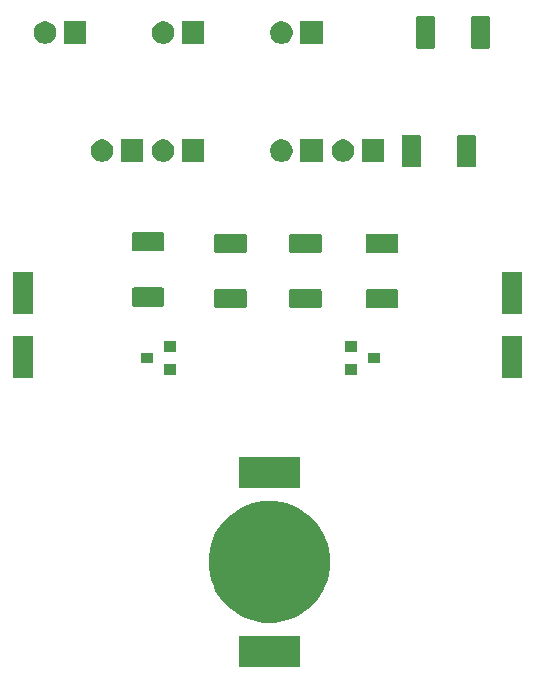
<source format=gbr>
G04 #@! TF.GenerationSoftware,KiCad,Pcbnew,(6.0.0-rc1-dev-1198-gf6cdcc1db)*
G04 #@! TF.CreationDate,2018-11-21T14:47:26-05:00*
G04 #@! TF.ProjectId,recurse-logo,72656375-7273-4652-9d6c-6f676f2e6b69,rev?*
G04 #@! TF.SameCoordinates,Original*
G04 #@! TF.FileFunction,Soldermask,Bot*
G04 #@! TF.FilePolarity,Negative*
%FSLAX46Y46*%
G04 Gerber Fmt 4.6, Leading zero omitted, Abs format (unit mm)*
G04 Created by KiCad (PCBNEW (6.0.0-rc1-dev-1198-gf6cdcc1db)) date Wednesday, November 21, 2018 at 02:47:26 PM*
%MOMM*%
%LPD*%
G01*
G04 APERTURE LIST*
%ADD10C,0.100000*%
G04 APERTURE END LIST*
D10*
G36*
X45048000Y-83225000D02*
X39846000Y-83225000D01*
X39846000Y-80623000D01*
X45048000Y-80623000D01*
X45048000Y-83225000D01*
X45048000Y-83225000D01*
G37*
G36*
X43949490Y-69370950D02*
X44498620Y-69598407D01*
X44886913Y-69759243D01*
X45724887Y-70319159D01*
X45730574Y-70322959D01*
X46448041Y-71040426D01*
X46448043Y-71040429D01*
X47011757Y-71884087D01*
X47011757Y-71884088D01*
X47400050Y-72821510D01*
X47598000Y-73816669D01*
X47598000Y-74831331D01*
X47400050Y-75826490D01*
X47172593Y-76375620D01*
X47011757Y-76763913D01*
X46451841Y-77601887D01*
X46448041Y-77607574D01*
X45730574Y-78325041D01*
X45730571Y-78325043D01*
X44886913Y-78888757D01*
X44498620Y-79049593D01*
X43949490Y-79277050D01*
X42954331Y-79475000D01*
X41939669Y-79475000D01*
X40944510Y-79277050D01*
X40395380Y-79049593D01*
X40007087Y-78888757D01*
X39163429Y-78325043D01*
X39163426Y-78325041D01*
X38445959Y-77607574D01*
X38442159Y-77601887D01*
X37882243Y-76763913D01*
X37721407Y-76375620D01*
X37493950Y-75826490D01*
X37296000Y-74831331D01*
X37296000Y-73816669D01*
X37493950Y-72821510D01*
X37882243Y-71884088D01*
X37882243Y-71884087D01*
X38445957Y-71040429D01*
X38445959Y-71040426D01*
X39163426Y-70322959D01*
X39169113Y-70319159D01*
X40007087Y-69759243D01*
X40395380Y-69598407D01*
X40944510Y-69370950D01*
X41939669Y-69173000D01*
X42954331Y-69173000D01*
X43949490Y-69370950D01*
X43949490Y-69370950D01*
G37*
G36*
X45048000Y-68025000D02*
X39846000Y-68025000D01*
X39846000Y-65423000D01*
X45048000Y-65423000D01*
X45048000Y-68025000D01*
X45048000Y-68025000D01*
G37*
G36*
X63872000Y-58759000D02*
X62170000Y-58759000D01*
X62170000Y-55157000D01*
X63872000Y-55157000D01*
X63872000Y-58759000D01*
X63872000Y-58759000D01*
G37*
G36*
X22470000Y-58759000D02*
X20768000Y-58759000D01*
X20768000Y-55157000D01*
X22470000Y-55157000D01*
X22470000Y-58759000D01*
X22470000Y-58759000D01*
G37*
G36*
X49822000Y-58453000D02*
X48820000Y-58453000D01*
X48820000Y-57551000D01*
X49822000Y-57551000D01*
X49822000Y-58453000D01*
X49822000Y-58453000D01*
G37*
G36*
X34550000Y-58453000D02*
X33548000Y-58453000D01*
X33548000Y-57551000D01*
X34550000Y-57551000D01*
X34550000Y-58453000D01*
X34550000Y-58453000D01*
G37*
G36*
X51822000Y-57503000D02*
X50820000Y-57503000D01*
X50820000Y-56601000D01*
X51822000Y-56601000D01*
X51822000Y-57503000D01*
X51822000Y-57503000D01*
G37*
G36*
X32550000Y-57503000D02*
X31548000Y-57503000D01*
X31548000Y-56601000D01*
X32550000Y-56601000D01*
X32550000Y-57503000D01*
X32550000Y-57503000D01*
G37*
G36*
X49822000Y-56553000D02*
X48820000Y-56553000D01*
X48820000Y-55651000D01*
X49822000Y-55651000D01*
X49822000Y-56553000D01*
X49822000Y-56553000D01*
G37*
G36*
X34550000Y-56553000D02*
X33548000Y-56553000D01*
X33548000Y-55651000D01*
X34550000Y-55651000D01*
X34550000Y-56553000D01*
X34550000Y-56553000D01*
G37*
G36*
X63872000Y-53359000D02*
X62170000Y-53359000D01*
X62170000Y-49757000D01*
X63872000Y-49757000D01*
X63872000Y-53359000D01*
X63872000Y-53359000D01*
G37*
G36*
X22470000Y-53359000D02*
X20768000Y-53359000D01*
X20768000Y-49757000D01*
X22470000Y-49757000D01*
X22470000Y-53359000D01*
X22470000Y-53359000D01*
G37*
G36*
X53200821Y-51214103D02*
X53234982Y-51224466D01*
X53266464Y-51241293D01*
X53294060Y-51263940D01*
X53316707Y-51291536D01*
X53333534Y-51323018D01*
X53343897Y-51357179D01*
X53348000Y-51398842D01*
X53348000Y-52648158D01*
X53343897Y-52689821D01*
X53333534Y-52723982D01*
X53316707Y-52755464D01*
X53294060Y-52783060D01*
X53266464Y-52805707D01*
X53234982Y-52822534D01*
X53200821Y-52832897D01*
X53159158Y-52837000D01*
X50784842Y-52837000D01*
X50743179Y-52832897D01*
X50709018Y-52822534D01*
X50677536Y-52805707D01*
X50649940Y-52783060D01*
X50627293Y-52755464D01*
X50610466Y-52723982D01*
X50600103Y-52689821D01*
X50596000Y-52648158D01*
X50596000Y-51398842D01*
X50600103Y-51357179D01*
X50610466Y-51323018D01*
X50627293Y-51291536D01*
X50649940Y-51263940D01*
X50677536Y-51241293D01*
X50709018Y-51224466D01*
X50743179Y-51214103D01*
X50784842Y-51210000D01*
X53159158Y-51210000D01*
X53200821Y-51214103D01*
X53200821Y-51214103D01*
G37*
G36*
X46723821Y-51214103D02*
X46757982Y-51224466D01*
X46789464Y-51241293D01*
X46817060Y-51263940D01*
X46839707Y-51291536D01*
X46856534Y-51323018D01*
X46866897Y-51357179D01*
X46871000Y-51398842D01*
X46871000Y-52648158D01*
X46866897Y-52689821D01*
X46856534Y-52723982D01*
X46839707Y-52755464D01*
X46817060Y-52783060D01*
X46789464Y-52805707D01*
X46757982Y-52822534D01*
X46723821Y-52832897D01*
X46682158Y-52837000D01*
X44307842Y-52837000D01*
X44266179Y-52832897D01*
X44232018Y-52822534D01*
X44200536Y-52805707D01*
X44172940Y-52783060D01*
X44150293Y-52755464D01*
X44133466Y-52723982D01*
X44123103Y-52689821D01*
X44119000Y-52648158D01*
X44119000Y-51398842D01*
X44123103Y-51357179D01*
X44133466Y-51323018D01*
X44150293Y-51291536D01*
X44172940Y-51263940D01*
X44200536Y-51241293D01*
X44232018Y-51224466D01*
X44266179Y-51214103D01*
X44307842Y-51210000D01*
X46682158Y-51210000D01*
X46723821Y-51214103D01*
X46723821Y-51214103D01*
G37*
G36*
X40373821Y-51214103D02*
X40407982Y-51224466D01*
X40439464Y-51241293D01*
X40467060Y-51263940D01*
X40489707Y-51291536D01*
X40506534Y-51323018D01*
X40516897Y-51357179D01*
X40521000Y-51398842D01*
X40521000Y-52648158D01*
X40516897Y-52689821D01*
X40506534Y-52723982D01*
X40489707Y-52755464D01*
X40467060Y-52783060D01*
X40439464Y-52805707D01*
X40407982Y-52822534D01*
X40373821Y-52832897D01*
X40332158Y-52837000D01*
X37957842Y-52837000D01*
X37916179Y-52832897D01*
X37882018Y-52822534D01*
X37850536Y-52805707D01*
X37822940Y-52783060D01*
X37800293Y-52755464D01*
X37783466Y-52723982D01*
X37773103Y-52689821D01*
X37769000Y-52648158D01*
X37769000Y-51398842D01*
X37773103Y-51357179D01*
X37783466Y-51323018D01*
X37800293Y-51291536D01*
X37822940Y-51263940D01*
X37850536Y-51241293D01*
X37882018Y-51224466D01*
X37916179Y-51214103D01*
X37957842Y-51210000D01*
X40332158Y-51210000D01*
X40373821Y-51214103D01*
X40373821Y-51214103D01*
G37*
G36*
X33388821Y-51087103D02*
X33422982Y-51097466D01*
X33454464Y-51114293D01*
X33482060Y-51136940D01*
X33504707Y-51164536D01*
X33521534Y-51196018D01*
X33531897Y-51230179D01*
X33536000Y-51271842D01*
X33536000Y-52521158D01*
X33531897Y-52562821D01*
X33521534Y-52596982D01*
X33504707Y-52628464D01*
X33482060Y-52656060D01*
X33454464Y-52678707D01*
X33422982Y-52695534D01*
X33388821Y-52705897D01*
X33347158Y-52710000D01*
X30972842Y-52710000D01*
X30931179Y-52705897D01*
X30897018Y-52695534D01*
X30865536Y-52678707D01*
X30837940Y-52656060D01*
X30815293Y-52628464D01*
X30798466Y-52596982D01*
X30788103Y-52562821D01*
X30784000Y-52521158D01*
X30784000Y-51271842D01*
X30788103Y-51230179D01*
X30798466Y-51196018D01*
X30815293Y-51164536D01*
X30837940Y-51136940D01*
X30865536Y-51114293D01*
X30897018Y-51097466D01*
X30931179Y-51087103D01*
X30972842Y-51083000D01*
X33347158Y-51083000D01*
X33388821Y-51087103D01*
X33388821Y-51087103D01*
G37*
G36*
X46723821Y-46539103D02*
X46757982Y-46549466D01*
X46789464Y-46566293D01*
X46817060Y-46588940D01*
X46839707Y-46616536D01*
X46856534Y-46648018D01*
X46866897Y-46682179D01*
X46871000Y-46723842D01*
X46871000Y-47973158D01*
X46866897Y-48014821D01*
X46856534Y-48048982D01*
X46839707Y-48080464D01*
X46817060Y-48108060D01*
X46789464Y-48130707D01*
X46757982Y-48147534D01*
X46723821Y-48157897D01*
X46682158Y-48162000D01*
X44307842Y-48162000D01*
X44266179Y-48157897D01*
X44232018Y-48147534D01*
X44200536Y-48130707D01*
X44172940Y-48108060D01*
X44150293Y-48080464D01*
X44133466Y-48048982D01*
X44123103Y-48014821D01*
X44119000Y-47973158D01*
X44119000Y-46723842D01*
X44123103Y-46682179D01*
X44133466Y-46648018D01*
X44150293Y-46616536D01*
X44172940Y-46588940D01*
X44200536Y-46566293D01*
X44232018Y-46549466D01*
X44266179Y-46539103D01*
X44307842Y-46535000D01*
X46682158Y-46535000D01*
X46723821Y-46539103D01*
X46723821Y-46539103D01*
G37*
G36*
X53200821Y-46539103D02*
X53234982Y-46549466D01*
X53266464Y-46566293D01*
X53294060Y-46588940D01*
X53316707Y-46616536D01*
X53333534Y-46648018D01*
X53343897Y-46682179D01*
X53348000Y-46723842D01*
X53348000Y-47973158D01*
X53343897Y-48014821D01*
X53333534Y-48048982D01*
X53316707Y-48080464D01*
X53294060Y-48108060D01*
X53266464Y-48130707D01*
X53234982Y-48147534D01*
X53200821Y-48157897D01*
X53159158Y-48162000D01*
X50784842Y-48162000D01*
X50743179Y-48157897D01*
X50709018Y-48147534D01*
X50677536Y-48130707D01*
X50649940Y-48108060D01*
X50627293Y-48080464D01*
X50610466Y-48048982D01*
X50600103Y-48014821D01*
X50596000Y-47973158D01*
X50596000Y-46723842D01*
X50600103Y-46682179D01*
X50610466Y-46648018D01*
X50627293Y-46616536D01*
X50649940Y-46588940D01*
X50677536Y-46566293D01*
X50709018Y-46549466D01*
X50743179Y-46539103D01*
X50784842Y-46535000D01*
X53159158Y-46535000D01*
X53200821Y-46539103D01*
X53200821Y-46539103D01*
G37*
G36*
X40373821Y-46539103D02*
X40407982Y-46549466D01*
X40439464Y-46566293D01*
X40467060Y-46588940D01*
X40489707Y-46616536D01*
X40506534Y-46648018D01*
X40516897Y-46682179D01*
X40521000Y-46723842D01*
X40521000Y-47973158D01*
X40516897Y-48014821D01*
X40506534Y-48048982D01*
X40489707Y-48080464D01*
X40467060Y-48108060D01*
X40439464Y-48130707D01*
X40407982Y-48147534D01*
X40373821Y-48157897D01*
X40332158Y-48162000D01*
X37957842Y-48162000D01*
X37916179Y-48157897D01*
X37882018Y-48147534D01*
X37850536Y-48130707D01*
X37822940Y-48108060D01*
X37800293Y-48080464D01*
X37783466Y-48048982D01*
X37773103Y-48014821D01*
X37769000Y-47973158D01*
X37769000Y-46723842D01*
X37773103Y-46682179D01*
X37783466Y-46648018D01*
X37800293Y-46616536D01*
X37822940Y-46588940D01*
X37850536Y-46566293D01*
X37882018Y-46549466D01*
X37916179Y-46539103D01*
X37957842Y-46535000D01*
X40332158Y-46535000D01*
X40373821Y-46539103D01*
X40373821Y-46539103D01*
G37*
G36*
X33388821Y-46412103D02*
X33422982Y-46422466D01*
X33454464Y-46439293D01*
X33482060Y-46461940D01*
X33504707Y-46489536D01*
X33521534Y-46521018D01*
X33531897Y-46555179D01*
X33536000Y-46596842D01*
X33536000Y-47846158D01*
X33531897Y-47887821D01*
X33521534Y-47921982D01*
X33504707Y-47953464D01*
X33482060Y-47981060D01*
X33454464Y-48003707D01*
X33422982Y-48020534D01*
X33388821Y-48030897D01*
X33347158Y-48035000D01*
X30972842Y-48035000D01*
X30931179Y-48030897D01*
X30897018Y-48020534D01*
X30865536Y-48003707D01*
X30837940Y-47981060D01*
X30815293Y-47953464D01*
X30798466Y-47921982D01*
X30788103Y-47887821D01*
X30784000Y-47846158D01*
X30784000Y-46596842D01*
X30788103Y-46555179D01*
X30798466Y-46521018D01*
X30815293Y-46489536D01*
X30837940Y-46461940D01*
X30865536Y-46439293D01*
X30897018Y-46422466D01*
X30931179Y-46412103D01*
X30972842Y-46408000D01*
X33347158Y-46408000D01*
X33388821Y-46412103D01*
X33388821Y-46412103D01*
G37*
G36*
X55126821Y-38154103D02*
X55160982Y-38164466D01*
X55192464Y-38181293D01*
X55220060Y-38203940D01*
X55242707Y-38231536D01*
X55259534Y-38263018D01*
X55269897Y-38297179D01*
X55274000Y-38338842D01*
X55274000Y-40713158D01*
X55269897Y-40754821D01*
X55259534Y-40788982D01*
X55242707Y-40820464D01*
X55220060Y-40848060D01*
X55192464Y-40870707D01*
X55160982Y-40887534D01*
X55126821Y-40897897D01*
X55085158Y-40902000D01*
X53835842Y-40902000D01*
X53794179Y-40897897D01*
X53760018Y-40887534D01*
X53728536Y-40870707D01*
X53700940Y-40848060D01*
X53678293Y-40820464D01*
X53661466Y-40788982D01*
X53651103Y-40754821D01*
X53647000Y-40713158D01*
X53647000Y-38338842D01*
X53651103Y-38297179D01*
X53661466Y-38263018D01*
X53678293Y-38231536D01*
X53700940Y-38203940D01*
X53728536Y-38181293D01*
X53760018Y-38164466D01*
X53794179Y-38154103D01*
X53835842Y-38150000D01*
X55085158Y-38150000D01*
X55126821Y-38154103D01*
X55126821Y-38154103D01*
G37*
G36*
X59801821Y-38154103D02*
X59835982Y-38164466D01*
X59867464Y-38181293D01*
X59895060Y-38203940D01*
X59917707Y-38231536D01*
X59934534Y-38263018D01*
X59944897Y-38297179D01*
X59949000Y-38338842D01*
X59949000Y-40713158D01*
X59944897Y-40754821D01*
X59934534Y-40788982D01*
X59917707Y-40820464D01*
X59895060Y-40848060D01*
X59867464Y-40870707D01*
X59835982Y-40887534D01*
X59801821Y-40897897D01*
X59760158Y-40902000D01*
X58510842Y-40902000D01*
X58469179Y-40897897D01*
X58435018Y-40887534D01*
X58403536Y-40870707D01*
X58375940Y-40848060D01*
X58353293Y-40820464D01*
X58336466Y-40788982D01*
X58326103Y-40754821D01*
X58322000Y-40713158D01*
X58322000Y-38338842D01*
X58326103Y-38297179D01*
X58336466Y-38263018D01*
X58353293Y-38231536D01*
X58375940Y-38203940D01*
X58403536Y-38181293D01*
X58435018Y-38164466D01*
X58469179Y-38154103D01*
X58510842Y-38150000D01*
X59760158Y-38150000D01*
X59801821Y-38154103D01*
X59801821Y-38154103D01*
G37*
G36*
X46951000Y-40451000D02*
X45049000Y-40451000D01*
X45049000Y-38549000D01*
X46951000Y-38549000D01*
X46951000Y-40451000D01*
X46951000Y-40451000D01*
G37*
G36*
X43737396Y-38585546D02*
X43910466Y-38657234D01*
X44066230Y-38761312D01*
X44198688Y-38893770D01*
X44302766Y-39049534D01*
X44374454Y-39222604D01*
X44411000Y-39406333D01*
X44411000Y-39593667D01*
X44374454Y-39777396D01*
X44302766Y-39950466D01*
X44198688Y-40106230D01*
X44066230Y-40238688D01*
X43910466Y-40342766D01*
X43737396Y-40414454D01*
X43553667Y-40451000D01*
X43366333Y-40451000D01*
X43182604Y-40414454D01*
X43009534Y-40342766D01*
X42853770Y-40238688D01*
X42721312Y-40106230D01*
X42617234Y-39950466D01*
X42545546Y-39777396D01*
X42509000Y-39593667D01*
X42509000Y-39406333D01*
X42545546Y-39222604D01*
X42617234Y-39049534D01*
X42721312Y-38893770D01*
X42853770Y-38761312D01*
X43009534Y-38657234D01*
X43182604Y-38585546D01*
X43366333Y-38549000D01*
X43553667Y-38549000D01*
X43737396Y-38585546D01*
X43737396Y-38585546D01*
G37*
G36*
X48937396Y-38585546D02*
X49110466Y-38657234D01*
X49266230Y-38761312D01*
X49398688Y-38893770D01*
X49502766Y-39049534D01*
X49574454Y-39222604D01*
X49611000Y-39406333D01*
X49611000Y-39593667D01*
X49574454Y-39777396D01*
X49502766Y-39950466D01*
X49398688Y-40106230D01*
X49266230Y-40238688D01*
X49110466Y-40342766D01*
X48937396Y-40414454D01*
X48753667Y-40451000D01*
X48566333Y-40451000D01*
X48382604Y-40414454D01*
X48209534Y-40342766D01*
X48053770Y-40238688D01*
X47921312Y-40106230D01*
X47817234Y-39950466D01*
X47745546Y-39777396D01*
X47709000Y-39593667D01*
X47709000Y-39406333D01*
X47745546Y-39222604D01*
X47817234Y-39049534D01*
X47921312Y-38893770D01*
X48053770Y-38761312D01*
X48209534Y-38657234D01*
X48382604Y-38585546D01*
X48566333Y-38549000D01*
X48753667Y-38549000D01*
X48937396Y-38585546D01*
X48937396Y-38585546D01*
G37*
G36*
X52151000Y-40451000D02*
X50249000Y-40451000D01*
X50249000Y-38549000D01*
X52151000Y-38549000D01*
X52151000Y-40451000D01*
X52151000Y-40451000D01*
G37*
G36*
X33737396Y-38585546D02*
X33910466Y-38657234D01*
X34066230Y-38761312D01*
X34198688Y-38893770D01*
X34302766Y-39049534D01*
X34374454Y-39222604D01*
X34411000Y-39406333D01*
X34411000Y-39593667D01*
X34374454Y-39777396D01*
X34302766Y-39950466D01*
X34198688Y-40106230D01*
X34066230Y-40238688D01*
X33910466Y-40342766D01*
X33737396Y-40414454D01*
X33553667Y-40451000D01*
X33366333Y-40451000D01*
X33182604Y-40414454D01*
X33009534Y-40342766D01*
X32853770Y-40238688D01*
X32721312Y-40106230D01*
X32617234Y-39950466D01*
X32545546Y-39777396D01*
X32509000Y-39593667D01*
X32509000Y-39406333D01*
X32545546Y-39222604D01*
X32617234Y-39049534D01*
X32721312Y-38893770D01*
X32853770Y-38761312D01*
X33009534Y-38657234D01*
X33182604Y-38585546D01*
X33366333Y-38549000D01*
X33553667Y-38549000D01*
X33737396Y-38585546D01*
X33737396Y-38585546D01*
G37*
G36*
X36951000Y-40451000D02*
X35049000Y-40451000D01*
X35049000Y-38549000D01*
X36951000Y-38549000D01*
X36951000Y-40451000D01*
X36951000Y-40451000D01*
G37*
G36*
X28537396Y-38585546D02*
X28710466Y-38657234D01*
X28866230Y-38761312D01*
X28998688Y-38893770D01*
X29102766Y-39049534D01*
X29174454Y-39222604D01*
X29211000Y-39406333D01*
X29211000Y-39593667D01*
X29174454Y-39777396D01*
X29102766Y-39950466D01*
X28998688Y-40106230D01*
X28866230Y-40238688D01*
X28710466Y-40342766D01*
X28537396Y-40414454D01*
X28353667Y-40451000D01*
X28166333Y-40451000D01*
X27982604Y-40414454D01*
X27809534Y-40342766D01*
X27653770Y-40238688D01*
X27521312Y-40106230D01*
X27417234Y-39950466D01*
X27345546Y-39777396D01*
X27309000Y-39593667D01*
X27309000Y-39406333D01*
X27345546Y-39222604D01*
X27417234Y-39049534D01*
X27521312Y-38893770D01*
X27653770Y-38761312D01*
X27809534Y-38657234D01*
X27982604Y-38585546D01*
X28166333Y-38549000D01*
X28353667Y-38549000D01*
X28537396Y-38585546D01*
X28537396Y-38585546D01*
G37*
G36*
X31751000Y-40451000D02*
X29849000Y-40451000D01*
X29849000Y-38549000D01*
X31751000Y-38549000D01*
X31751000Y-40451000D01*
X31751000Y-40451000D01*
G37*
G36*
X61003821Y-28128103D02*
X61037982Y-28138466D01*
X61069464Y-28155293D01*
X61097060Y-28177940D01*
X61119707Y-28205536D01*
X61136534Y-28237018D01*
X61146897Y-28271179D01*
X61151000Y-28312842D01*
X61151000Y-30687158D01*
X61146897Y-30728821D01*
X61136534Y-30762982D01*
X61119707Y-30794464D01*
X61097060Y-30822060D01*
X61069464Y-30844707D01*
X61037982Y-30861534D01*
X61003821Y-30871897D01*
X60962158Y-30876000D01*
X59712842Y-30876000D01*
X59671179Y-30871897D01*
X59637018Y-30861534D01*
X59605536Y-30844707D01*
X59577940Y-30822060D01*
X59555293Y-30794464D01*
X59538466Y-30762982D01*
X59528103Y-30728821D01*
X59524000Y-30687158D01*
X59524000Y-28312842D01*
X59528103Y-28271179D01*
X59538466Y-28237018D01*
X59555293Y-28205536D01*
X59577940Y-28177940D01*
X59605536Y-28155293D01*
X59637018Y-28138466D01*
X59671179Y-28128103D01*
X59712842Y-28124000D01*
X60962158Y-28124000D01*
X61003821Y-28128103D01*
X61003821Y-28128103D01*
G37*
G36*
X56328821Y-28128103D02*
X56362982Y-28138466D01*
X56394464Y-28155293D01*
X56422060Y-28177940D01*
X56444707Y-28205536D01*
X56461534Y-28237018D01*
X56471897Y-28271179D01*
X56476000Y-28312842D01*
X56476000Y-30687158D01*
X56471897Y-30728821D01*
X56461534Y-30762982D01*
X56444707Y-30794464D01*
X56422060Y-30822060D01*
X56394464Y-30844707D01*
X56362982Y-30861534D01*
X56328821Y-30871897D01*
X56287158Y-30876000D01*
X55037842Y-30876000D01*
X54996179Y-30871897D01*
X54962018Y-30861534D01*
X54930536Y-30844707D01*
X54902940Y-30822060D01*
X54880293Y-30794464D01*
X54863466Y-30762982D01*
X54853103Y-30728821D01*
X54849000Y-30687158D01*
X54849000Y-28312842D01*
X54853103Y-28271179D01*
X54863466Y-28237018D01*
X54880293Y-28205536D01*
X54902940Y-28177940D01*
X54930536Y-28155293D01*
X54962018Y-28138466D01*
X54996179Y-28128103D01*
X55037842Y-28124000D01*
X56287158Y-28124000D01*
X56328821Y-28128103D01*
X56328821Y-28128103D01*
G37*
G36*
X23737396Y-28585546D02*
X23910466Y-28657234D01*
X24066230Y-28761312D01*
X24198688Y-28893770D01*
X24302766Y-29049534D01*
X24374454Y-29222604D01*
X24411000Y-29406333D01*
X24411000Y-29593667D01*
X24374454Y-29777396D01*
X24302766Y-29950466D01*
X24198688Y-30106230D01*
X24066230Y-30238688D01*
X23910466Y-30342766D01*
X23737396Y-30414454D01*
X23553667Y-30451000D01*
X23366333Y-30451000D01*
X23182604Y-30414454D01*
X23009534Y-30342766D01*
X22853770Y-30238688D01*
X22721312Y-30106230D01*
X22617234Y-29950466D01*
X22545546Y-29777396D01*
X22509000Y-29593667D01*
X22509000Y-29406333D01*
X22545546Y-29222604D01*
X22617234Y-29049534D01*
X22721312Y-28893770D01*
X22853770Y-28761312D01*
X23009534Y-28657234D01*
X23182604Y-28585546D01*
X23366333Y-28549000D01*
X23553667Y-28549000D01*
X23737396Y-28585546D01*
X23737396Y-28585546D01*
G37*
G36*
X26951000Y-30451000D02*
X25049000Y-30451000D01*
X25049000Y-28549000D01*
X26951000Y-28549000D01*
X26951000Y-30451000D01*
X26951000Y-30451000D01*
G37*
G36*
X33737396Y-28585546D02*
X33910466Y-28657234D01*
X34066230Y-28761312D01*
X34198688Y-28893770D01*
X34302766Y-29049534D01*
X34374454Y-29222604D01*
X34411000Y-29406333D01*
X34411000Y-29593667D01*
X34374454Y-29777396D01*
X34302766Y-29950466D01*
X34198688Y-30106230D01*
X34066230Y-30238688D01*
X33910466Y-30342766D01*
X33737396Y-30414454D01*
X33553667Y-30451000D01*
X33366333Y-30451000D01*
X33182604Y-30414454D01*
X33009534Y-30342766D01*
X32853770Y-30238688D01*
X32721312Y-30106230D01*
X32617234Y-29950466D01*
X32545546Y-29777396D01*
X32509000Y-29593667D01*
X32509000Y-29406333D01*
X32545546Y-29222604D01*
X32617234Y-29049534D01*
X32721312Y-28893770D01*
X32853770Y-28761312D01*
X33009534Y-28657234D01*
X33182604Y-28585546D01*
X33366333Y-28549000D01*
X33553667Y-28549000D01*
X33737396Y-28585546D01*
X33737396Y-28585546D01*
G37*
G36*
X36951000Y-30451000D02*
X35049000Y-30451000D01*
X35049000Y-28549000D01*
X36951000Y-28549000D01*
X36951000Y-30451000D01*
X36951000Y-30451000D01*
G37*
G36*
X46951000Y-30451000D02*
X45049000Y-30451000D01*
X45049000Y-28549000D01*
X46951000Y-28549000D01*
X46951000Y-30451000D01*
X46951000Y-30451000D01*
G37*
G36*
X43737396Y-28585546D02*
X43910466Y-28657234D01*
X44066230Y-28761312D01*
X44198688Y-28893770D01*
X44302766Y-29049534D01*
X44374454Y-29222604D01*
X44411000Y-29406333D01*
X44411000Y-29593667D01*
X44374454Y-29777396D01*
X44302766Y-29950466D01*
X44198688Y-30106230D01*
X44066230Y-30238688D01*
X43910466Y-30342766D01*
X43737396Y-30414454D01*
X43553667Y-30451000D01*
X43366333Y-30451000D01*
X43182604Y-30414454D01*
X43009534Y-30342766D01*
X42853770Y-30238688D01*
X42721312Y-30106230D01*
X42617234Y-29950466D01*
X42545546Y-29777396D01*
X42509000Y-29593667D01*
X42509000Y-29406333D01*
X42545546Y-29222604D01*
X42617234Y-29049534D01*
X42721312Y-28893770D01*
X42853770Y-28761312D01*
X43009534Y-28657234D01*
X43182604Y-28585546D01*
X43366333Y-28549000D01*
X43553667Y-28549000D01*
X43737396Y-28585546D01*
X43737396Y-28585546D01*
G37*
M02*

</source>
